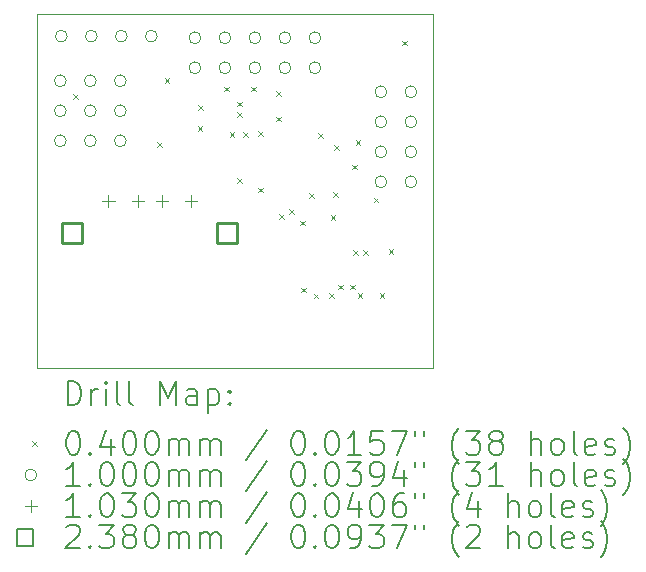
<source format=gbr>
%TF.GenerationSoftware,KiCad,Pcbnew,7.0.9*%
%TF.CreationDate,2024-02-15T19:09:10+01:00*%
%TF.ProjectId,USBussy_Current_Probe,55534275-7373-4795-9f43-757272656e74,1.0*%
%TF.SameCoordinates,Original*%
%TF.FileFunction,Drillmap*%
%TF.FilePolarity,Positive*%
%FSLAX45Y45*%
G04 Gerber Fmt 4.5, Leading zero omitted, Abs format (unit mm)*
G04 Created by KiCad (PCBNEW 7.0.9) date 2024-02-15 19:09:10*
%MOMM*%
%LPD*%
G01*
G04 APERTURE LIST*
%ADD10C,0.100000*%
%ADD11C,0.200000*%
%ADD12C,0.103000*%
%ADD13C,0.238000*%
G04 APERTURE END LIST*
D10*
X2908300Y-5803900D02*
X6261100Y-5803900D01*
X6261100Y-8801100D01*
X2908300Y-8801100D01*
X2908300Y-5803900D01*
D11*
D10*
X3210880Y-6484940D02*
X3250880Y-6524940D01*
X3250880Y-6484940D02*
X3210880Y-6524940D01*
X3922080Y-6891340D02*
X3962080Y-6931340D01*
X3962080Y-6891340D02*
X3922080Y-6931340D01*
X3985580Y-6347780D02*
X4025580Y-6387780D01*
X4025580Y-6347780D02*
X3985580Y-6387780D01*
X4264980Y-6754180D02*
X4304980Y-6794180D01*
X4304980Y-6754180D02*
X4264980Y-6794180D01*
X4270060Y-6581460D02*
X4310060Y-6621460D01*
X4310060Y-6581460D02*
X4270060Y-6621460D01*
X4488500Y-6421440D02*
X4528500Y-6461440D01*
X4528500Y-6421440D02*
X4488500Y-6461440D01*
X4536760Y-6804980D02*
X4576760Y-6844980D01*
X4576760Y-6804980D02*
X4536760Y-6844980D01*
X4602800Y-6634800D02*
X4642800Y-6674800D01*
X4642800Y-6634800D02*
X4602800Y-6674800D01*
X4602800Y-7198680D02*
X4642800Y-7238680D01*
X4642800Y-7198680D02*
X4602800Y-7238680D01*
X4602822Y-6548586D02*
X4642822Y-6588586D01*
X4642822Y-6548586D02*
X4602822Y-6588586D01*
X4650565Y-6804776D02*
X4690565Y-6844776D01*
X4690565Y-6804776D02*
X4650565Y-6844776D01*
X4717100Y-6421440D02*
X4757100Y-6461440D01*
X4757100Y-6421440D02*
X4717100Y-6461440D01*
X4775520Y-6799900D02*
X4815520Y-6839900D01*
X4815520Y-6799900D02*
X4775520Y-6839900D01*
X4778372Y-7277732D02*
X4818372Y-7317732D01*
X4818372Y-7277732D02*
X4778372Y-7317732D01*
X4927920Y-6675440D02*
X4967920Y-6715440D01*
X4967920Y-6675440D02*
X4927920Y-6715440D01*
X4933000Y-6462080D02*
X4973000Y-6502080D01*
X4973000Y-6462080D02*
X4933000Y-6502080D01*
X4958400Y-7503480D02*
X4998400Y-7543480D01*
X4998400Y-7503480D02*
X4958400Y-7543480D01*
X5043265Y-7460090D02*
X5083265Y-7500090D01*
X5083265Y-7460090D02*
X5043265Y-7500090D01*
X5133660Y-7556820D02*
X5173660Y-7596820D01*
X5173660Y-7556820D02*
X5133660Y-7596820D01*
X5141280Y-8123240D02*
X5181280Y-8163240D01*
X5181280Y-8123240D02*
X5141280Y-8163240D01*
X5209860Y-7325680D02*
X5249860Y-7365680D01*
X5249860Y-7325680D02*
X5209860Y-7365680D01*
X5247960Y-8174040D02*
X5287960Y-8214040D01*
X5287960Y-8174040D02*
X5247960Y-8214040D01*
X5288600Y-6812600D02*
X5328600Y-6852600D01*
X5328600Y-6812600D02*
X5288600Y-6852600D01*
X5377500Y-8171500D02*
X5417500Y-8211500D01*
X5417500Y-8171500D02*
X5377500Y-8211500D01*
X5392740Y-7508560D02*
X5432740Y-7548560D01*
X5432740Y-7508560D02*
X5392740Y-7548560D01*
X5411684Y-7317337D02*
X5451684Y-7357337D01*
X5451684Y-7317337D02*
X5411684Y-7357337D01*
X5418805Y-6916938D02*
X5458805Y-6956938D01*
X5458805Y-6916938D02*
X5418805Y-6956938D01*
X5454340Y-8097833D02*
X5494340Y-8137833D01*
X5494340Y-8097833D02*
X5454340Y-8137833D01*
X5554660Y-8097833D02*
X5594660Y-8137833D01*
X5594660Y-8097833D02*
X5554660Y-8137833D01*
X5575620Y-7081840D02*
X5615620Y-7121840D01*
X5615620Y-7081840D02*
X5575620Y-7121840D01*
X5579650Y-7803200D02*
X5619650Y-7843200D01*
X5619650Y-7803200D02*
X5579650Y-7843200D01*
X5603560Y-6876100D02*
X5643560Y-6916100D01*
X5643560Y-6876100D02*
X5603560Y-6916100D01*
X5621149Y-8172461D02*
X5661149Y-8212461D01*
X5661149Y-8172461D02*
X5621149Y-8212461D01*
X5669600Y-7803200D02*
X5709600Y-7843200D01*
X5709600Y-7803200D02*
X5669600Y-7843200D01*
X5755960Y-7361240D02*
X5795960Y-7401240D01*
X5795960Y-7361240D02*
X5755960Y-7401240D01*
X5806760Y-8168960D02*
X5846760Y-8208960D01*
X5846760Y-8168960D02*
X5806760Y-8208960D01*
X5882960Y-7798120D02*
X5922960Y-7838120D01*
X5922960Y-7798120D02*
X5882960Y-7838120D01*
X5999800Y-6032820D02*
X6039800Y-6072820D01*
X6039800Y-6032820D02*
X5999800Y-6072820D01*
X3153130Y-6372570D02*
G75*
G03*
X3153130Y-6372570I-50000J0D01*
G01*
X3153130Y-6626570D02*
G75*
G03*
X3153130Y-6626570I-50000J0D01*
G01*
X3153130Y-6880570D02*
G75*
G03*
X3153130Y-6880570I-50000J0D01*
G01*
X3161500Y-5994400D02*
G75*
G03*
X3161500Y-5994400I-50000J0D01*
G01*
X3407130Y-6372570D02*
G75*
G03*
X3407130Y-6372570I-50000J0D01*
G01*
X3407130Y-6626570D02*
G75*
G03*
X3407130Y-6626570I-50000J0D01*
G01*
X3407130Y-6880570D02*
G75*
G03*
X3407130Y-6880570I-50000J0D01*
G01*
X3415500Y-5994400D02*
G75*
G03*
X3415500Y-5994400I-50000J0D01*
G01*
X3661130Y-6372570D02*
G75*
G03*
X3661130Y-6372570I-50000J0D01*
G01*
X3661130Y-6626570D02*
G75*
G03*
X3661130Y-6626570I-50000J0D01*
G01*
X3661130Y-6880570D02*
G75*
G03*
X3661130Y-6880570I-50000J0D01*
G01*
X3669500Y-5994400D02*
G75*
G03*
X3669500Y-5994400I-50000J0D01*
G01*
X3923500Y-5994400D02*
G75*
G03*
X3923500Y-5994400I-50000J0D01*
G01*
X4292300Y-6007600D02*
G75*
G03*
X4292300Y-6007600I-50000J0D01*
G01*
X4292300Y-6261600D02*
G75*
G03*
X4292300Y-6261600I-50000J0D01*
G01*
X4546300Y-6007600D02*
G75*
G03*
X4546300Y-6007600I-50000J0D01*
G01*
X4546300Y-6261600D02*
G75*
G03*
X4546300Y-6261600I-50000J0D01*
G01*
X4800300Y-6007600D02*
G75*
G03*
X4800300Y-6007600I-50000J0D01*
G01*
X4800300Y-6261600D02*
G75*
G03*
X4800300Y-6261600I-50000J0D01*
G01*
X5054300Y-6007600D02*
G75*
G03*
X5054300Y-6007600I-50000J0D01*
G01*
X5054300Y-6261600D02*
G75*
G03*
X5054300Y-6261600I-50000J0D01*
G01*
X5308300Y-6007600D02*
G75*
G03*
X5308300Y-6007600I-50000J0D01*
G01*
X5308300Y-6261600D02*
G75*
G03*
X5308300Y-6261600I-50000J0D01*
G01*
X5866600Y-6465300D02*
G75*
G03*
X5866600Y-6465300I-50000J0D01*
G01*
X5866600Y-6719300D02*
G75*
G03*
X5866600Y-6719300I-50000J0D01*
G01*
X5866600Y-6973300D02*
G75*
G03*
X5866600Y-6973300I-50000J0D01*
G01*
X5866600Y-7227300D02*
G75*
G03*
X5866600Y-7227300I-50000J0D01*
G01*
X6120600Y-6465300D02*
G75*
G03*
X6120600Y-6465300I-50000J0D01*
G01*
X6120600Y-6719300D02*
G75*
G03*
X6120600Y-6719300I-50000J0D01*
G01*
X6120600Y-6973300D02*
G75*
G03*
X6120600Y-6973300I-50000J0D01*
G01*
X6120600Y-7227300D02*
G75*
G03*
X6120600Y-7227300I-50000J0D01*
G01*
D12*
X3510800Y-7337300D02*
X3510800Y-7440300D01*
X3459300Y-7388800D02*
X3562300Y-7388800D01*
X3760800Y-7337300D02*
X3760800Y-7440300D01*
X3709300Y-7388800D02*
X3812300Y-7388800D01*
X3960800Y-7337300D02*
X3960800Y-7440300D01*
X3909300Y-7388800D02*
X4012300Y-7388800D01*
X4210800Y-7337300D02*
X4210800Y-7440300D01*
X4159300Y-7388800D02*
X4262300Y-7388800D01*
D13*
X3287946Y-7743946D02*
X3287946Y-7575653D01*
X3119653Y-7575653D01*
X3119653Y-7743946D01*
X3287946Y-7743946D01*
X4601947Y-7743946D02*
X4601947Y-7575653D01*
X4433654Y-7575653D01*
X4433654Y-7743946D01*
X4601947Y-7743946D01*
D11*
X3164077Y-9117584D02*
X3164077Y-8917584D01*
X3164077Y-8917584D02*
X3211696Y-8917584D01*
X3211696Y-8917584D02*
X3240267Y-8927108D01*
X3240267Y-8927108D02*
X3259315Y-8946155D01*
X3259315Y-8946155D02*
X3268839Y-8965203D01*
X3268839Y-8965203D02*
X3278362Y-9003298D01*
X3278362Y-9003298D02*
X3278362Y-9031870D01*
X3278362Y-9031870D02*
X3268839Y-9069965D01*
X3268839Y-9069965D02*
X3259315Y-9089012D01*
X3259315Y-9089012D02*
X3240267Y-9108060D01*
X3240267Y-9108060D02*
X3211696Y-9117584D01*
X3211696Y-9117584D02*
X3164077Y-9117584D01*
X3364077Y-9117584D02*
X3364077Y-8984250D01*
X3364077Y-9022346D02*
X3373601Y-9003298D01*
X3373601Y-9003298D02*
X3383124Y-8993774D01*
X3383124Y-8993774D02*
X3402172Y-8984250D01*
X3402172Y-8984250D02*
X3421220Y-8984250D01*
X3487886Y-9117584D02*
X3487886Y-8984250D01*
X3487886Y-8917584D02*
X3478362Y-8927108D01*
X3478362Y-8927108D02*
X3487886Y-8936631D01*
X3487886Y-8936631D02*
X3497410Y-8927108D01*
X3497410Y-8927108D02*
X3487886Y-8917584D01*
X3487886Y-8917584D02*
X3487886Y-8936631D01*
X3611696Y-9117584D02*
X3592648Y-9108060D01*
X3592648Y-9108060D02*
X3583124Y-9089012D01*
X3583124Y-9089012D02*
X3583124Y-8917584D01*
X3716458Y-9117584D02*
X3697410Y-9108060D01*
X3697410Y-9108060D02*
X3687886Y-9089012D01*
X3687886Y-9089012D02*
X3687886Y-8917584D01*
X3945029Y-9117584D02*
X3945029Y-8917584D01*
X3945029Y-8917584D02*
X4011696Y-9060441D01*
X4011696Y-9060441D02*
X4078362Y-8917584D01*
X4078362Y-8917584D02*
X4078362Y-9117584D01*
X4259315Y-9117584D02*
X4259315Y-9012822D01*
X4259315Y-9012822D02*
X4249791Y-8993774D01*
X4249791Y-8993774D02*
X4230744Y-8984250D01*
X4230744Y-8984250D02*
X4192648Y-8984250D01*
X4192648Y-8984250D02*
X4173601Y-8993774D01*
X4259315Y-9108060D02*
X4240267Y-9117584D01*
X4240267Y-9117584D02*
X4192648Y-9117584D01*
X4192648Y-9117584D02*
X4173601Y-9108060D01*
X4173601Y-9108060D02*
X4164077Y-9089012D01*
X4164077Y-9089012D02*
X4164077Y-9069965D01*
X4164077Y-9069965D02*
X4173601Y-9050917D01*
X4173601Y-9050917D02*
X4192648Y-9041393D01*
X4192648Y-9041393D02*
X4240267Y-9041393D01*
X4240267Y-9041393D02*
X4259315Y-9031870D01*
X4354553Y-8984250D02*
X4354553Y-9184250D01*
X4354553Y-8993774D02*
X4373601Y-8984250D01*
X4373601Y-8984250D02*
X4411696Y-8984250D01*
X4411696Y-8984250D02*
X4430744Y-8993774D01*
X4430744Y-8993774D02*
X4440267Y-9003298D01*
X4440267Y-9003298D02*
X4449791Y-9022346D01*
X4449791Y-9022346D02*
X4449791Y-9079489D01*
X4449791Y-9079489D02*
X4440267Y-9098536D01*
X4440267Y-9098536D02*
X4430744Y-9108060D01*
X4430744Y-9108060D02*
X4411696Y-9117584D01*
X4411696Y-9117584D02*
X4373601Y-9117584D01*
X4373601Y-9117584D02*
X4354553Y-9108060D01*
X4535505Y-9098536D02*
X4545029Y-9108060D01*
X4545029Y-9108060D02*
X4535505Y-9117584D01*
X4535505Y-9117584D02*
X4525982Y-9108060D01*
X4525982Y-9108060D02*
X4535505Y-9098536D01*
X4535505Y-9098536D02*
X4535505Y-9117584D01*
X4535505Y-8993774D02*
X4545029Y-9003298D01*
X4545029Y-9003298D02*
X4535505Y-9012822D01*
X4535505Y-9012822D02*
X4525982Y-9003298D01*
X4525982Y-9003298D02*
X4535505Y-8993774D01*
X4535505Y-8993774D02*
X4535505Y-9012822D01*
D10*
X2863300Y-9426100D02*
X2903300Y-9466100D01*
X2903300Y-9426100D02*
X2863300Y-9466100D01*
D11*
X3202172Y-9337584D02*
X3221220Y-9337584D01*
X3221220Y-9337584D02*
X3240267Y-9347108D01*
X3240267Y-9347108D02*
X3249791Y-9356631D01*
X3249791Y-9356631D02*
X3259315Y-9375679D01*
X3259315Y-9375679D02*
X3268839Y-9413774D01*
X3268839Y-9413774D02*
X3268839Y-9461393D01*
X3268839Y-9461393D02*
X3259315Y-9499489D01*
X3259315Y-9499489D02*
X3249791Y-9518536D01*
X3249791Y-9518536D02*
X3240267Y-9528060D01*
X3240267Y-9528060D02*
X3221220Y-9537584D01*
X3221220Y-9537584D02*
X3202172Y-9537584D01*
X3202172Y-9537584D02*
X3183124Y-9528060D01*
X3183124Y-9528060D02*
X3173601Y-9518536D01*
X3173601Y-9518536D02*
X3164077Y-9499489D01*
X3164077Y-9499489D02*
X3154553Y-9461393D01*
X3154553Y-9461393D02*
X3154553Y-9413774D01*
X3154553Y-9413774D02*
X3164077Y-9375679D01*
X3164077Y-9375679D02*
X3173601Y-9356631D01*
X3173601Y-9356631D02*
X3183124Y-9347108D01*
X3183124Y-9347108D02*
X3202172Y-9337584D01*
X3354553Y-9518536D02*
X3364077Y-9528060D01*
X3364077Y-9528060D02*
X3354553Y-9537584D01*
X3354553Y-9537584D02*
X3345029Y-9528060D01*
X3345029Y-9528060D02*
X3354553Y-9518536D01*
X3354553Y-9518536D02*
X3354553Y-9537584D01*
X3535505Y-9404250D02*
X3535505Y-9537584D01*
X3487886Y-9328060D02*
X3440267Y-9470917D01*
X3440267Y-9470917D02*
X3564077Y-9470917D01*
X3678362Y-9337584D02*
X3697410Y-9337584D01*
X3697410Y-9337584D02*
X3716458Y-9347108D01*
X3716458Y-9347108D02*
X3725982Y-9356631D01*
X3725982Y-9356631D02*
X3735505Y-9375679D01*
X3735505Y-9375679D02*
X3745029Y-9413774D01*
X3745029Y-9413774D02*
X3745029Y-9461393D01*
X3745029Y-9461393D02*
X3735505Y-9499489D01*
X3735505Y-9499489D02*
X3725982Y-9518536D01*
X3725982Y-9518536D02*
X3716458Y-9528060D01*
X3716458Y-9528060D02*
X3697410Y-9537584D01*
X3697410Y-9537584D02*
X3678362Y-9537584D01*
X3678362Y-9537584D02*
X3659315Y-9528060D01*
X3659315Y-9528060D02*
X3649791Y-9518536D01*
X3649791Y-9518536D02*
X3640267Y-9499489D01*
X3640267Y-9499489D02*
X3630743Y-9461393D01*
X3630743Y-9461393D02*
X3630743Y-9413774D01*
X3630743Y-9413774D02*
X3640267Y-9375679D01*
X3640267Y-9375679D02*
X3649791Y-9356631D01*
X3649791Y-9356631D02*
X3659315Y-9347108D01*
X3659315Y-9347108D02*
X3678362Y-9337584D01*
X3868839Y-9337584D02*
X3887886Y-9337584D01*
X3887886Y-9337584D02*
X3906934Y-9347108D01*
X3906934Y-9347108D02*
X3916458Y-9356631D01*
X3916458Y-9356631D02*
X3925982Y-9375679D01*
X3925982Y-9375679D02*
X3935505Y-9413774D01*
X3935505Y-9413774D02*
X3935505Y-9461393D01*
X3935505Y-9461393D02*
X3925982Y-9499489D01*
X3925982Y-9499489D02*
X3916458Y-9518536D01*
X3916458Y-9518536D02*
X3906934Y-9528060D01*
X3906934Y-9528060D02*
X3887886Y-9537584D01*
X3887886Y-9537584D02*
X3868839Y-9537584D01*
X3868839Y-9537584D02*
X3849791Y-9528060D01*
X3849791Y-9528060D02*
X3840267Y-9518536D01*
X3840267Y-9518536D02*
X3830743Y-9499489D01*
X3830743Y-9499489D02*
X3821220Y-9461393D01*
X3821220Y-9461393D02*
X3821220Y-9413774D01*
X3821220Y-9413774D02*
X3830743Y-9375679D01*
X3830743Y-9375679D02*
X3840267Y-9356631D01*
X3840267Y-9356631D02*
X3849791Y-9347108D01*
X3849791Y-9347108D02*
X3868839Y-9337584D01*
X4021220Y-9537584D02*
X4021220Y-9404250D01*
X4021220Y-9423298D02*
X4030743Y-9413774D01*
X4030743Y-9413774D02*
X4049791Y-9404250D01*
X4049791Y-9404250D02*
X4078363Y-9404250D01*
X4078363Y-9404250D02*
X4097410Y-9413774D01*
X4097410Y-9413774D02*
X4106934Y-9432822D01*
X4106934Y-9432822D02*
X4106934Y-9537584D01*
X4106934Y-9432822D02*
X4116458Y-9413774D01*
X4116458Y-9413774D02*
X4135505Y-9404250D01*
X4135505Y-9404250D02*
X4164077Y-9404250D01*
X4164077Y-9404250D02*
X4183124Y-9413774D01*
X4183124Y-9413774D02*
X4192648Y-9432822D01*
X4192648Y-9432822D02*
X4192648Y-9537584D01*
X4287886Y-9537584D02*
X4287886Y-9404250D01*
X4287886Y-9423298D02*
X4297410Y-9413774D01*
X4297410Y-9413774D02*
X4316458Y-9404250D01*
X4316458Y-9404250D02*
X4345029Y-9404250D01*
X4345029Y-9404250D02*
X4364077Y-9413774D01*
X4364077Y-9413774D02*
X4373601Y-9432822D01*
X4373601Y-9432822D02*
X4373601Y-9537584D01*
X4373601Y-9432822D02*
X4383125Y-9413774D01*
X4383125Y-9413774D02*
X4402172Y-9404250D01*
X4402172Y-9404250D02*
X4430744Y-9404250D01*
X4430744Y-9404250D02*
X4449791Y-9413774D01*
X4449791Y-9413774D02*
X4459315Y-9432822D01*
X4459315Y-9432822D02*
X4459315Y-9537584D01*
X4849791Y-9328060D02*
X4678363Y-9585203D01*
X5106934Y-9337584D02*
X5125982Y-9337584D01*
X5125982Y-9337584D02*
X5145029Y-9347108D01*
X5145029Y-9347108D02*
X5154553Y-9356631D01*
X5154553Y-9356631D02*
X5164077Y-9375679D01*
X5164077Y-9375679D02*
X5173601Y-9413774D01*
X5173601Y-9413774D02*
X5173601Y-9461393D01*
X5173601Y-9461393D02*
X5164077Y-9499489D01*
X5164077Y-9499489D02*
X5154553Y-9518536D01*
X5154553Y-9518536D02*
X5145029Y-9528060D01*
X5145029Y-9528060D02*
X5125982Y-9537584D01*
X5125982Y-9537584D02*
X5106934Y-9537584D01*
X5106934Y-9537584D02*
X5087887Y-9528060D01*
X5087887Y-9528060D02*
X5078363Y-9518536D01*
X5078363Y-9518536D02*
X5068839Y-9499489D01*
X5068839Y-9499489D02*
X5059315Y-9461393D01*
X5059315Y-9461393D02*
X5059315Y-9413774D01*
X5059315Y-9413774D02*
X5068839Y-9375679D01*
X5068839Y-9375679D02*
X5078363Y-9356631D01*
X5078363Y-9356631D02*
X5087887Y-9347108D01*
X5087887Y-9347108D02*
X5106934Y-9337584D01*
X5259315Y-9518536D02*
X5268839Y-9528060D01*
X5268839Y-9528060D02*
X5259315Y-9537584D01*
X5259315Y-9537584D02*
X5249791Y-9528060D01*
X5249791Y-9528060D02*
X5259315Y-9518536D01*
X5259315Y-9518536D02*
X5259315Y-9537584D01*
X5392648Y-9337584D02*
X5411696Y-9337584D01*
X5411696Y-9337584D02*
X5430744Y-9347108D01*
X5430744Y-9347108D02*
X5440268Y-9356631D01*
X5440268Y-9356631D02*
X5449791Y-9375679D01*
X5449791Y-9375679D02*
X5459315Y-9413774D01*
X5459315Y-9413774D02*
X5459315Y-9461393D01*
X5459315Y-9461393D02*
X5449791Y-9499489D01*
X5449791Y-9499489D02*
X5440268Y-9518536D01*
X5440268Y-9518536D02*
X5430744Y-9528060D01*
X5430744Y-9528060D02*
X5411696Y-9537584D01*
X5411696Y-9537584D02*
X5392648Y-9537584D01*
X5392648Y-9537584D02*
X5373601Y-9528060D01*
X5373601Y-9528060D02*
X5364077Y-9518536D01*
X5364077Y-9518536D02*
X5354553Y-9499489D01*
X5354553Y-9499489D02*
X5345029Y-9461393D01*
X5345029Y-9461393D02*
X5345029Y-9413774D01*
X5345029Y-9413774D02*
X5354553Y-9375679D01*
X5354553Y-9375679D02*
X5364077Y-9356631D01*
X5364077Y-9356631D02*
X5373601Y-9347108D01*
X5373601Y-9347108D02*
X5392648Y-9337584D01*
X5649791Y-9537584D02*
X5535506Y-9537584D01*
X5592648Y-9537584D02*
X5592648Y-9337584D01*
X5592648Y-9337584D02*
X5573601Y-9366155D01*
X5573601Y-9366155D02*
X5554553Y-9385203D01*
X5554553Y-9385203D02*
X5535506Y-9394727D01*
X5830744Y-9337584D02*
X5735506Y-9337584D01*
X5735506Y-9337584D02*
X5725982Y-9432822D01*
X5725982Y-9432822D02*
X5735506Y-9423298D01*
X5735506Y-9423298D02*
X5754553Y-9413774D01*
X5754553Y-9413774D02*
X5802172Y-9413774D01*
X5802172Y-9413774D02*
X5821220Y-9423298D01*
X5821220Y-9423298D02*
X5830744Y-9432822D01*
X5830744Y-9432822D02*
X5840267Y-9451870D01*
X5840267Y-9451870D02*
X5840267Y-9499489D01*
X5840267Y-9499489D02*
X5830744Y-9518536D01*
X5830744Y-9518536D02*
X5821220Y-9528060D01*
X5821220Y-9528060D02*
X5802172Y-9537584D01*
X5802172Y-9537584D02*
X5754553Y-9537584D01*
X5754553Y-9537584D02*
X5735506Y-9528060D01*
X5735506Y-9528060D02*
X5725982Y-9518536D01*
X5906934Y-9337584D02*
X6040267Y-9337584D01*
X6040267Y-9337584D02*
X5954553Y-9537584D01*
X6106934Y-9337584D02*
X6106934Y-9375679D01*
X6183125Y-9337584D02*
X6183125Y-9375679D01*
X6478363Y-9613774D02*
X6468839Y-9604250D01*
X6468839Y-9604250D02*
X6449791Y-9575679D01*
X6449791Y-9575679D02*
X6440268Y-9556631D01*
X6440268Y-9556631D02*
X6430744Y-9528060D01*
X6430744Y-9528060D02*
X6421220Y-9480441D01*
X6421220Y-9480441D02*
X6421220Y-9442346D01*
X6421220Y-9442346D02*
X6430744Y-9394727D01*
X6430744Y-9394727D02*
X6440268Y-9366155D01*
X6440268Y-9366155D02*
X6449791Y-9347108D01*
X6449791Y-9347108D02*
X6468839Y-9318536D01*
X6468839Y-9318536D02*
X6478363Y-9309012D01*
X6535506Y-9337584D02*
X6659315Y-9337584D01*
X6659315Y-9337584D02*
X6592648Y-9413774D01*
X6592648Y-9413774D02*
X6621220Y-9413774D01*
X6621220Y-9413774D02*
X6640268Y-9423298D01*
X6640268Y-9423298D02*
X6649791Y-9432822D01*
X6649791Y-9432822D02*
X6659315Y-9451870D01*
X6659315Y-9451870D02*
X6659315Y-9499489D01*
X6659315Y-9499489D02*
X6649791Y-9518536D01*
X6649791Y-9518536D02*
X6640268Y-9528060D01*
X6640268Y-9528060D02*
X6621220Y-9537584D01*
X6621220Y-9537584D02*
X6564077Y-9537584D01*
X6564077Y-9537584D02*
X6545029Y-9528060D01*
X6545029Y-9528060D02*
X6535506Y-9518536D01*
X6773601Y-9423298D02*
X6754553Y-9413774D01*
X6754553Y-9413774D02*
X6745029Y-9404250D01*
X6745029Y-9404250D02*
X6735506Y-9385203D01*
X6735506Y-9385203D02*
X6735506Y-9375679D01*
X6735506Y-9375679D02*
X6745029Y-9356631D01*
X6745029Y-9356631D02*
X6754553Y-9347108D01*
X6754553Y-9347108D02*
X6773601Y-9337584D01*
X6773601Y-9337584D02*
X6811696Y-9337584D01*
X6811696Y-9337584D02*
X6830744Y-9347108D01*
X6830744Y-9347108D02*
X6840268Y-9356631D01*
X6840268Y-9356631D02*
X6849791Y-9375679D01*
X6849791Y-9375679D02*
X6849791Y-9385203D01*
X6849791Y-9385203D02*
X6840268Y-9404250D01*
X6840268Y-9404250D02*
X6830744Y-9413774D01*
X6830744Y-9413774D02*
X6811696Y-9423298D01*
X6811696Y-9423298D02*
X6773601Y-9423298D01*
X6773601Y-9423298D02*
X6754553Y-9432822D01*
X6754553Y-9432822D02*
X6745029Y-9442346D01*
X6745029Y-9442346D02*
X6735506Y-9461393D01*
X6735506Y-9461393D02*
X6735506Y-9499489D01*
X6735506Y-9499489D02*
X6745029Y-9518536D01*
X6745029Y-9518536D02*
X6754553Y-9528060D01*
X6754553Y-9528060D02*
X6773601Y-9537584D01*
X6773601Y-9537584D02*
X6811696Y-9537584D01*
X6811696Y-9537584D02*
X6830744Y-9528060D01*
X6830744Y-9528060D02*
X6840268Y-9518536D01*
X6840268Y-9518536D02*
X6849791Y-9499489D01*
X6849791Y-9499489D02*
X6849791Y-9461393D01*
X6849791Y-9461393D02*
X6840268Y-9442346D01*
X6840268Y-9442346D02*
X6830744Y-9432822D01*
X6830744Y-9432822D02*
X6811696Y-9423298D01*
X7087887Y-9537584D02*
X7087887Y-9337584D01*
X7173601Y-9537584D02*
X7173601Y-9432822D01*
X7173601Y-9432822D02*
X7164077Y-9413774D01*
X7164077Y-9413774D02*
X7145030Y-9404250D01*
X7145030Y-9404250D02*
X7116458Y-9404250D01*
X7116458Y-9404250D02*
X7097410Y-9413774D01*
X7097410Y-9413774D02*
X7087887Y-9423298D01*
X7297410Y-9537584D02*
X7278363Y-9528060D01*
X7278363Y-9528060D02*
X7268839Y-9518536D01*
X7268839Y-9518536D02*
X7259315Y-9499489D01*
X7259315Y-9499489D02*
X7259315Y-9442346D01*
X7259315Y-9442346D02*
X7268839Y-9423298D01*
X7268839Y-9423298D02*
X7278363Y-9413774D01*
X7278363Y-9413774D02*
X7297410Y-9404250D01*
X7297410Y-9404250D02*
X7325982Y-9404250D01*
X7325982Y-9404250D02*
X7345030Y-9413774D01*
X7345030Y-9413774D02*
X7354553Y-9423298D01*
X7354553Y-9423298D02*
X7364077Y-9442346D01*
X7364077Y-9442346D02*
X7364077Y-9499489D01*
X7364077Y-9499489D02*
X7354553Y-9518536D01*
X7354553Y-9518536D02*
X7345030Y-9528060D01*
X7345030Y-9528060D02*
X7325982Y-9537584D01*
X7325982Y-9537584D02*
X7297410Y-9537584D01*
X7478363Y-9537584D02*
X7459315Y-9528060D01*
X7459315Y-9528060D02*
X7449791Y-9509012D01*
X7449791Y-9509012D02*
X7449791Y-9337584D01*
X7630744Y-9528060D02*
X7611696Y-9537584D01*
X7611696Y-9537584D02*
X7573601Y-9537584D01*
X7573601Y-9537584D02*
X7554553Y-9528060D01*
X7554553Y-9528060D02*
X7545030Y-9509012D01*
X7545030Y-9509012D02*
X7545030Y-9432822D01*
X7545030Y-9432822D02*
X7554553Y-9413774D01*
X7554553Y-9413774D02*
X7573601Y-9404250D01*
X7573601Y-9404250D02*
X7611696Y-9404250D01*
X7611696Y-9404250D02*
X7630744Y-9413774D01*
X7630744Y-9413774D02*
X7640268Y-9432822D01*
X7640268Y-9432822D02*
X7640268Y-9451870D01*
X7640268Y-9451870D02*
X7545030Y-9470917D01*
X7716458Y-9528060D02*
X7735506Y-9537584D01*
X7735506Y-9537584D02*
X7773601Y-9537584D01*
X7773601Y-9537584D02*
X7792649Y-9528060D01*
X7792649Y-9528060D02*
X7802172Y-9509012D01*
X7802172Y-9509012D02*
X7802172Y-9499489D01*
X7802172Y-9499489D02*
X7792649Y-9480441D01*
X7792649Y-9480441D02*
X7773601Y-9470917D01*
X7773601Y-9470917D02*
X7745030Y-9470917D01*
X7745030Y-9470917D02*
X7725982Y-9461393D01*
X7725982Y-9461393D02*
X7716458Y-9442346D01*
X7716458Y-9442346D02*
X7716458Y-9432822D01*
X7716458Y-9432822D02*
X7725982Y-9413774D01*
X7725982Y-9413774D02*
X7745030Y-9404250D01*
X7745030Y-9404250D02*
X7773601Y-9404250D01*
X7773601Y-9404250D02*
X7792649Y-9413774D01*
X7868839Y-9613774D02*
X7878363Y-9604250D01*
X7878363Y-9604250D02*
X7897411Y-9575679D01*
X7897411Y-9575679D02*
X7906934Y-9556631D01*
X7906934Y-9556631D02*
X7916458Y-9528060D01*
X7916458Y-9528060D02*
X7925982Y-9480441D01*
X7925982Y-9480441D02*
X7925982Y-9442346D01*
X7925982Y-9442346D02*
X7916458Y-9394727D01*
X7916458Y-9394727D02*
X7906934Y-9366155D01*
X7906934Y-9366155D02*
X7897411Y-9347108D01*
X7897411Y-9347108D02*
X7878363Y-9318536D01*
X7878363Y-9318536D02*
X7868839Y-9309012D01*
D10*
X2903300Y-9710100D02*
G75*
G03*
X2903300Y-9710100I-50000J0D01*
G01*
D11*
X3268839Y-9801584D02*
X3154553Y-9801584D01*
X3211696Y-9801584D02*
X3211696Y-9601584D01*
X3211696Y-9601584D02*
X3192648Y-9630155D01*
X3192648Y-9630155D02*
X3173601Y-9649203D01*
X3173601Y-9649203D02*
X3154553Y-9658727D01*
X3354553Y-9782536D02*
X3364077Y-9792060D01*
X3364077Y-9792060D02*
X3354553Y-9801584D01*
X3354553Y-9801584D02*
X3345029Y-9792060D01*
X3345029Y-9792060D02*
X3354553Y-9782536D01*
X3354553Y-9782536D02*
X3354553Y-9801584D01*
X3487886Y-9601584D02*
X3506934Y-9601584D01*
X3506934Y-9601584D02*
X3525982Y-9611108D01*
X3525982Y-9611108D02*
X3535505Y-9620631D01*
X3535505Y-9620631D02*
X3545029Y-9639679D01*
X3545029Y-9639679D02*
X3554553Y-9677774D01*
X3554553Y-9677774D02*
X3554553Y-9725393D01*
X3554553Y-9725393D02*
X3545029Y-9763489D01*
X3545029Y-9763489D02*
X3535505Y-9782536D01*
X3535505Y-9782536D02*
X3525982Y-9792060D01*
X3525982Y-9792060D02*
X3506934Y-9801584D01*
X3506934Y-9801584D02*
X3487886Y-9801584D01*
X3487886Y-9801584D02*
X3468839Y-9792060D01*
X3468839Y-9792060D02*
X3459315Y-9782536D01*
X3459315Y-9782536D02*
X3449791Y-9763489D01*
X3449791Y-9763489D02*
X3440267Y-9725393D01*
X3440267Y-9725393D02*
X3440267Y-9677774D01*
X3440267Y-9677774D02*
X3449791Y-9639679D01*
X3449791Y-9639679D02*
X3459315Y-9620631D01*
X3459315Y-9620631D02*
X3468839Y-9611108D01*
X3468839Y-9611108D02*
X3487886Y-9601584D01*
X3678362Y-9601584D02*
X3697410Y-9601584D01*
X3697410Y-9601584D02*
X3716458Y-9611108D01*
X3716458Y-9611108D02*
X3725982Y-9620631D01*
X3725982Y-9620631D02*
X3735505Y-9639679D01*
X3735505Y-9639679D02*
X3745029Y-9677774D01*
X3745029Y-9677774D02*
X3745029Y-9725393D01*
X3745029Y-9725393D02*
X3735505Y-9763489D01*
X3735505Y-9763489D02*
X3725982Y-9782536D01*
X3725982Y-9782536D02*
X3716458Y-9792060D01*
X3716458Y-9792060D02*
X3697410Y-9801584D01*
X3697410Y-9801584D02*
X3678362Y-9801584D01*
X3678362Y-9801584D02*
X3659315Y-9792060D01*
X3659315Y-9792060D02*
X3649791Y-9782536D01*
X3649791Y-9782536D02*
X3640267Y-9763489D01*
X3640267Y-9763489D02*
X3630743Y-9725393D01*
X3630743Y-9725393D02*
X3630743Y-9677774D01*
X3630743Y-9677774D02*
X3640267Y-9639679D01*
X3640267Y-9639679D02*
X3649791Y-9620631D01*
X3649791Y-9620631D02*
X3659315Y-9611108D01*
X3659315Y-9611108D02*
X3678362Y-9601584D01*
X3868839Y-9601584D02*
X3887886Y-9601584D01*
X3887886Y-9601584D02*
X3906934Y-9611108D01*
X3906934Y-9611108D02*
X3916458Y-9620631D01*
X3916458Y-9620631D02*
X3925982Y-9639679D01*
X3925982Y-9639679D02*
X3935505Y-9677774D01*
X3935505Y-9677774D02*
X3935505Y-9725393D01*
X3935505Y-9725393D02*
X3925982Y-9763489D01*
X3925982Y-9763489D02*
X3916458Y-9782536D01*
X3916458Y-9782536D02*
X3906934Y-9792060D01*
X3906934Y-9792060D02*
X3887886Y-9801584D01*
X3887886Y-9801584D02*
X3868839Y-9801584D01*
X3868839Y-9801584D02*
X3849791Y-9792060D01*
X3849791Y-9792060D02*
X3840267Y-9782536D01*
X3840267Y-9782536D02*
X3830743Y-9763489D01*
X3830743Y-9763489D02*
X3821220Y-9725393D01*
X3821220Y-9725393D02*
X3821220Y-9677774D01*
X3821220Y-9677774D02*
X3830743Y-9639679D01*
X3830743Y-9639679D02*
X3840267Y-9620631D01*
X3840267Y-9620631D02*
X3849791Y-9611108D01*
X3849791Y-9611108D02*
X3868839Y-9601584D01*
X4021220Y-9801584D02*
X4021220Y-9668250D01*
X4021220Y-9687298D02*
X4030743Y-9677774D01*
X4030743Y-9677774D02*
X4049791Y-9668250D01*
X4049791Y-9668250D02*
X4078363Y-9668250D01*
X4078363Y-9668250D02*
X4097410Y-9677774D01*
X4097410Y-9677774D02*
X4106934Y-9696822D01*
X4106934Y-9696822D02*
X4106934Y-9801584D01*
X4106934Y-9696822D02*
X4116458Y-9677774D01*
X4116458Y-9677774D02*
X4135505Y-9668250D01*
X4135505Y-9668250D02*
X4164077Y-9668250D01*
X4164077Y-9668250D02*
X4183124Y-9677774D01*
X4183124Y-9677774D02*
X4192648Y-9696822D01*
X4192648Y-9696822D02*
X4192648Y-9801584D01*
X4287886Y-9801584D02*
X4287886Y-9668250D01*
X4287886Y-9687298D02*
X4297410Y-9677774D01*
X4297410Y-9677774D02*
X4316458Y-9668250D01*
X4316458Y-9668250D02*
X4345029Y-9668250D01*
X4345029Y-9668250D02*
X4364077Y-9677774D01*
X4364077Y-9677774D02*
X4373601Y-9696822D01*
X4373601Y-9696822D02*
X4373601Y-9801584D01*
X4373601Y-9696822D02*
X4383125Y-9677774D01*
X4383125Y-9677774D02*
X4402172Y-9668250D01*
X4402172Y-9668250D02*
X4430744Y-9668250D01*
X4430744Y-9668250D02*
X4449791Y-9677774D01*
X4449791Y-9677774D02*
X4459315Y-9696822D01*
X4459315Y-9696822D02*
X4459315Y-9801584D01*
X4849791Y-9592060D02*
X4678363Y-9849203D01*
X5106934Y-9601584D02*
X5125982Y-9601584D01*
X5125982Y-9601584D02*
X5145029Y-9611108D01*
X5145029Y-9611108D02*
X5154553Y-9620631D01*
X5154553Y-9620631D02*
X5164077Y-9639679D01*
X5164077Y-9639679D02*
X5173601Y-9677774D01*
X5173601Y-9677774D02*
X5173601Y-9725393D01*
X5173601Y-9725393D02*
X5164077Y-9763489D01*
X5164077Y-9763489D02*
X5154553Y-9782536D01*
X5154553Y-9782536D02*
X5145029Y-9792060D01*
X5145029Y-9792060D02*
X5125982Y-9801584D01*
X5125982Y-9801584D02*
X5106934Y-9801584D01*
X5106934Y-9801584D02*
X5087887Y-9792060D01*
X5087887Y-9792060D02*
X5078363Y-9782536D01*
X5078363Y-9782536D02*
X5068839Y-9763489D01*
X5068839Y-9763489D02*
X5059315Y-9725393D01*
X5059315Y-9725393D02*
X5059315Y-9677774D01*
X5059315Y-9677774D02*
X5068839Y-9639679D01*
X5068839Y-9639679D02*
X5078363Y-9620631D01*
X5078363Y-9620631D02*
X5087887Y-9611108D01*
X5087887Y-9611108D02*
X5106934Y-9601584D01*
X5259315Y-9782536D02*
X5268839Y-9792060D01*
X5268839Y-9792060D02*
X5259315Y-9801584D01*
X5259315Y-9801584D02*
X5249791Y-9792060D01*
X5249791Y-9792060D02*
X5259315Y-9782536D01*
X5259315Y-9782536D02*
X5259315Y-9801584D01*
X5392648Y-9601584D02*
X5411696Y-9601584D01*
X5411696Y-9601584D02*
X5430744Y-9611108D01*
X5430744Y-9611108D02*
X5440268Y-9620631D01*
X5440268Y-9620631D02*
X5449791Y-9639679D01*
X5449791Y-9639679D02*
X5459315Y-9677774D01*
X5459315Y-9677774D02*
X5459315Y-9725393D01*
X5459315Y-9725393D02*
X5449791Y-9763489D01*
X5449791Y-9763489D02*
X5440268Y-9782536D01*
X5440268Y-9782536D02*
X5430744Y-9792060D01*
X5430744Y-9792060D02*
X5411696Y-9801584D01*
X5411696Y-9801584D02*
X5392648Y-9801584D01*
X5392648Y-9801584D02*
X5373601Y-9792060D01*
X5373601Y-9792060D02*
X5364077Y-9782536D01*
X5364077Y-9782536D02*
X5354553Y-9763489D01*
X5354553Y-9763489D02*
X5345029Y-9725393D01*
X5345029Y-9725393D02*
X5345029Y-9677774D01*
X5345029Y-9677774D02*
X5354553Y-9639679D01*
X5354553Y-9639679D02*
X5364077Y-9620631D01*
X5364077Y-9620631D02*
X5373601Y-9611108D01*
X5373601Y-9611108D02*
X5392648Y-9601584D01*
X5525982Y-9601584D02*
X5649791Y-9601584D01*
X5649791Y-9601584D02*
X5583125Y-9677774D01*
X5583125Y-9677774D02*
X5611696Y-9677774D01*
X5611696Y-9677774D02*
X5630744Y-9687298D01*
X5630744Y-9687298D02*
X5640267Y-9696822D01*
X5640267Y-9696822D02*
X5649791Y-9715870D01*
X5649791Y-9715870D02*
X5649791Y-9763489D01*
X5649791Y-9763489D02*
X5640267Y-9782536D01*
X5640267Y-9782536D02*
X5630744Y-9792060D01*
X5630744Y-9792060D02*
X5611696Y-9801584D01*
X5611696Y-9801584D02*
X5554553Y-9801584D01*
X5554553Y-9801584D02*
X5535506Y-9792060D01*
X5535506Y-9792060D02*
X5525982Y-9782536D01*
X5745029Y-9801584D02*
X5783125Y-9801584D01*
X5783125Y-9801584D02*
X5802172Y-9792060D01*
X5802172Y-9792060D02*
X5811696Y-9782536D01*
X5811696Y-9782536D02*
X5830744Y-9753965D01*
X5830744Y-9753965D02*
X5840267Y-9715870D01*
X5840267Y-9715870D02*
X5840267Y-9639679D01*
X5840267Y-9639679D02*
X5830744Y-9620631D01*
X5830744Y-9620631D02*
X5821220Y-9611108D01*
X5821220Y-9611108D02*
X5802172Y-9601584D01*
X5802172Y-9601584D02*
X5764077Y-9601584D01*
X5764077Y-9601584D02*
X5745029Y-9611108D01*
X5745029Y-9611108D02*
X5735506Y-9620631D01*
X5735506Y-9620631D02*
X5725982Y-9639679D01*
X5725982Y-9639679D02*
X5725982Y-9687298D01*
X5725982Y-9687298D02*
X5735506Y-9706346D01*
X5735506Y-9706346D02*
X5745029Y-9715870D01*
X5745029Y-9715870D02*
X5764077Y-9725393D01*
X5764077Y-9725393D02*
X5802172Y-9725393D01*
X5802172Y-9725393D02*
X5821220Y-9715870D01*
X5821220Y-9715870D02*
X5830744Y-9706346D01*
X5830744Y-9706346D02*
X5840267Y-9687298D01*
X6011696Y-9668250D02*
X6011696Y-9801584D01*
X5964077Y-9592060D02*
X5916458Y-9734917D01*
X5916458Y-9734917D02*
X6040267Y-9734917D01*
X6106934Y-9601584D02*
X6106934Y-9639679D01*
X6183125Y-9601584D02*
X6183125Y-9639679D01*
X6478363Y-9877774D02*
X6468839Y-9868250D01*
X6468839Y-9868250D02*
X6449791Y-9839679D01*
X6449791Y-9839679D02*
X6440268Y-9820631D01*
X6440268Y-9820631D02*
X6430744Y-9792060D01*
X6430744Y-9792060D02*
X6421220Y-9744441D01*
X6421220Y-9744441D02*
X6421220Y-9706346D01*
X6421220Y-9706346D02*
X6430744Y-9658727D01*
X6430744Y-9658727D02*
X6440268Y-9630155D01*
X6440268Y-9630155D02*
X6449791Y-9611108D01*
X6449791Y-9611108D02*
X6468839Y-9582536D01*
X6468839Y-9582536D02*
X6478363Y-9573012D01*
X6535506Y-9601584D02*
X6659315Y-9601584D01*
X6659315Y-9601584D02*
X6592648Y-9677774D01*
X6592648Y-9677774D02*
X6621220Y-9677774D01*
X6621220Y-9677774D02*
X6640268Y-9687298D01*
X6640268Y-9687298D02*
X6649791Y-9696822D01*
X6649791Y-9696822D02*
X6659315Y-9715870D01*
X6659315Y-9715870D02*
X6659315Y-9763489D01*
X6659315Y-9763489D02*
X6649791Y-9782536D01*
X6649791Y-9782536D02*
X6640268Y-9792060D01*
X6640268Y-9792060D02*
X6621220Y-9801584D01*
X6621220Y-9801584D02*
X6564077Y-9801584D01*
X6564077Y-9801584D02*
X6545029Y-9792060D01*
X6545029Y-9792060D02*
X6535506Y-9782536D01*
X6849791Y-9801584D02*
X6735506Y-9801584D01*
X6792648Y-9801584D02*
X6792648Y-9601584D01*
X6792648Y-9601584D02*
X6773601Y-9630155D01*
X6773601Y-9630155D02*
X6754553Y-9649203D01*
X6754553Y-9649203D02*
X6735506Y-9658727D01*
X7087887Y-9801584D02*
X7087887Y-9601584D01*
X7173601Y-9801584D02*
X7173601Y-9696822D01*
X7173601Y-9696822D02*
X7164077Y-9677774D01*
X7164077Y-9677774D02*
X7145030Y-9668250D01*
X7145030Y-9668250D02*
X7116458Y-9668250D01*
X7116458Y-9668250D02*
X7097410Y-9677774D01*
X7097410Y-9677774D02*
X7087887Y-9687298D01*
X7297410Y-9801584D02*
X7278363Y-9792060D01*
X7278363Y-9792060D02*
X7268839Y-9782536D01*
X7268839Y-9782536D02*
X7259315Y-9763489D01*
X7259315Y-9763489D02*
X7259315Y-9706346D01*
X7259315Y-9706346D02*
X7268839Y-9687298D01*
X7268839Y-9687298D02*
X7278363Y-9677774D01*
X7278363Y-9677774D02*
X7297410Y-9668250D01*
X7297410Y-9668250D02*
X7325982Y-9668250D01*
X7325982Y-9668250D02*
X7345030Y-9677774D01*
X7345030Y-9677774D02*
X7354553Y-9687298D01*
X7354553Y-9687298D02*
X7364077Y-9706346D01*
X7364077Y-9706346D02*
X7364077Y-9763489D01*
X7364077Y-9763489D02*
X7354553Y-9782536D01*
X7354553Y-9782536D02*
X7345030Y-9792060D01*
X7345030Y-9792060D02*
X7325982Y-9801584D01*
X7325982Y-9801584D02*
X7297410Y-9801584D01*
X7478363Y-9801584D02*
X7459315Y-9792060D01*
X7459315Y-9792060D02*
X7449791Y-9773012D01*
X7449791Y-9773012D02*
X7449791Y-9601584D01*
X7630744Y-9792060D02*
X7611696Y-9801584D01*
X7611696Y-9801584D02*
X7573601Y-9801584D01*
X7573601Y-9801584D02*
X7554553Y-9792060D01*
X7554553Y-9792060D02*
X7545030Y-9773012D01*
X7545030Y-9773012D02*
X7545030Y-9696822D01*
X7545030Y-9696822D02*
X7554553Y-9677774D01*
X7554553Y-9677774D02*
X7573601Y-9668250D01*
X7573601Y-9668250D02*
X7611696Y-9668250D01*
X7611696Y-9668250D02*
X7630744Y-9677774D01*
X7630744Y-9677774D02*
X7640268Y-9696822D01*
X7640268Y-9696822D02*
X7640268Y-9715870D01*
X7640268Y-9715870D02*
X7545030Y-9734917D01*
X7716458Y-9792060D02*
X7735506Y-9801584D01*
X7735506Y-9801584D02*
X7773601Y-9801584D01*
X7773601Y-9801584D02*
X7792649Y-9792060D01*
X7792649Y-9792060D02*
X7802172Y-9773012D01*
X7802172Y-9773012D02*
X7802172Y-9763489D01*
X7802172Y-9763489D02*
X7792649Y-9744441D01*
X7792649Y-9744441D02*
X7773601Y-9734917D01*
X7773601Y-9734917D02*
X7745030Y-9734917D01*
X7745030Y-9734917D02*
X7725982Y-9725393D01*
X7725982Y-9725393D02*
X7716458Y-9706346D01*
X7716458Y-9706346D02*
X7716458Y-9696822D01*
X7716458Y-9696822D02*
X7725982Y-9677774D01*
X7725982Y-9677774D02*
X7745030Y-9668250D01*
X7745030Y-9668250D02*
X7773601Y-9668250D01*
X7773601Y-9668250D02*
X7792649Y-9677774D01*
X7868839Y-9877774D02*
X7878363Y-9868250D01*
X7878363Y-9868250D02*
X7897411Y-9839679D01*
X7897411Y-9839679D02*
X7906934Y-9820631D01*
X7906934Y-9820631D02*
X7916458Y-9792060D01*
X7916458Y-9792060D02*
X7925982Y-9744441D01*
X7925982Y-9744441D02*
X7925982Y-9706346D01*
X7925982Y-9706346D02*
X7916458Y-9658727D01*
X7916458Y-9658727D02*
X7906934Y-9630155D01*
X7906934Y-9630155D02*
X7897411Y-9611108D01*
X7897411Y-9611108D02*
X7878363Y-9582536D01*
X7878363Y-9582536D02*
X7868839Y-9573012D01*
D12*
X2851800Y-9922600D02*
X2851800Y-10025600D01*
X2800300Y-9974100D02*
X2903300Y-9974100D01*
D11*
X3268839Y-10065584D02*
X3154553Y-10065584D01*
X3211696Y-10065584D02*
X3211696Y-9865584D01*
X3211696Y-9865584D02*
X3192648Y-9894155D01*
X3192648Y-9894155D02*
X3173601Y-9913203D01*
X3173601Y-9913203D02*
X3154553Y-9922727D01*
X3354553Y-10046536D02*
X3364077Y-10056060D01*
X3364077Y-10056060D02*
X3354553Y-10065584D01*
X3354553Y-10065584D02*
X3345029Y-10056060D01*
X3345029Y-10056060D02*
X3354553Y-10046536D01*
X3354553Y-10046536D02*
X3354553Y-10065584D01*
X3487886Y-9865584D02*
X3506934Y-9865584D01*
X3506934Y-9865584D02*
X3525982Y-9875108D01*
X3525982Y-9875108D02*
X3535505Y-9884631D01*
X3535505Y-9884631D02*
X3545029Y-9903679D01*
X3545029Y-9903679D02*
X3554553Y-9941774D01*
X3554553Y-9941774D02*
X3554553Y-9989393D01*
X3554553Y-9989393D02*
X3545029Y-10027489D01*
X3545029Y-10027489D02*
X3535505Y-10046536D01*
X3535505Y-10046536D02*
X3525982Y-10056060D01*
X3525982Y-10056060D02*
X3506934Y-10065584D01*
X3506934Y-10065584D02*
X3487886Y-10065584D01*
X3487886Y-10065584D02*
X3468839Y-10056060D01*
X3468839Y-10056060D02*
X3459315Y-10046536D01*
X3459315Y-10046536D02*
X3449791Y-10027489D01*
X3449791Y-10027489D02*
X3440267Y-9989393D01*
X3440267Y-9989393D02*
X3440267Y-9941774D01*
X3440267Y-9941774D02*
X3449791Y-9903679D01*
X3449791Y-9903679D02*
X3459315Y-9884631D01*
X3459315Y-9884631D02*
X3468839Y-9875108D01*
X3468839Y-9875108D02*
X3487886Y-9865584D01*
X3621220Y-9865584D02*
X3745029Y-9865584D01*
X3745029Y-9865584D02*
X3678362Y-9941774D01*
X3678362Y-9941774D02*
X3706934Y-9941774D01*
X3706934Y-9941774D02*
X3725982Y-9951298D01*
X3725982Y-9951298D02*
X3735505Y-9960822D01*
X3735505Y-9960822D02*
X3745029Y-9979870D01*
X3745029Y-9979870D02*
X3745029Y-10027489D01*
X3745029Y-10027489D02*
X3735505Y-10046536D01*
X3735505Y-10046536D02*
X3725982Y-10056060D01*
X3725982Y-10056060D02*
X3706934Y-10065584D01*
X3706934Y-10065584D02*
X3649791Y-10065584D01*
X3649791Y-10065584D02*
X3630743Y-10056060D01*
X3630743Y-10056060D02*
X3621220Y-10046536D01*
X3868839Y-9865584D02*
X3887886Y-9865584D01*
X3887886Y-9865584D02*
X3906934Y-9875108D01*
X3906934Y-9875108D02*
X3916458Y-9884631D01*
X3916458Y-9884631D02*
X3925982Y-9903679D01*
X3925982Y-9903679D02*
X3935505Y-9941774D01*
X3935505Y-9941774D02*
X3935505Y-9989393D01*
X3935505Y-9989393D02*
X3925982Y-10027489D01*
X3925982Y-10027489D02*
X3916458Y-10046536D01*
X3916458Y-10046536D02*
X3906934Y-10056060D01*
X3906934Y-10056060D02*
X3887886Y-10065584D01*
X3887886Y-10065584D02*
X3868839Y-10065584D01*
X3868839Y-10065584D02*
X3849791Y-10056060D01*
X3849791Y-10056060D02*
X3840267Y-10046536D01*
X3840267Y-10046536D02*
X3830743Y-10027489D01*
X3830743Y-10027489D02*
X3821220Y-9989393D01*
X3821220Y-9989393D02*
X3821220Y-9941774D01*
X3821220Y-9941774D02*
X3830743Y-9903679D01*
X3830743Y-9903679D02*
X3840267Y-9884631D01*
X3840267Y-9884631D02*
X3849791Y-9875108D01*
X3849791Y-9875108D02*
X3868839Y-9865584D01*
X4021220Y-10065584D02*
X4021220Y-9932250D01*
X4021220Y-9951298D02*
X4030743Y-9941774D01*
X4030743Y-9941774D02*
X4049791Y-9932250D01*
X4049791Y-9932250D02*
X4078363Y-9932250D01*
X4078363Y-9932250D02*
X4097410Y-9941774D01*
X4097410Y-9941774D02*
X4106934Y-9960822D01*
X4106934Y-9960822D02*
X4106934Y-10065584D01*
X4106934Y-9960822D02*
X4116458Y-9941774D01*
X4116458Y-9941774D02*
X4135505Y-9932250D01*
X4135505Y-9932250D02*
X4164077Y-9932250D01*
X4164077Y-9932250D02*
X4183124Y-9941774D01*
X4183124Y-9941774D02*
X4192648Y-9960822D01*
X4192648Y-9960822D02*
X4192648Y-10065584D01*
X4287886Y-10065584D02*
X4287886Y-9932250D01*
X4287886Y-9951298D02*
X4297410Y-9941774D01*
X4297410Y-9941774D02*
X4316458Y-9932250D01*
X4316458Y-9932250D02*
X4345029Y-9932250D01*
X4345029Y-9932250D02*
X4364077Y-9941774D01*
X4364077Y-9941774D02*
X4373601Y-9960822D01*
X4373601Y-9960822D02*
X4373601Y-10065584D01*
X4373601Y-9960822D02*
X4383125Y-9941774D01*
X4383125Y-9941774D02*
X4402172Y-9932250D01*
X4402172Y-9932250D02*
X4430744Y-9932250D01*
X4430744Y-9932250D02*
X4449791Y-9941774D01*
X4449791Y-9941774D02*
X4459315Y-9960822D01*
X4459315Y-9960822D02*
X4459315Y-10065584D01*
X4849791Y-9856060D02*
X4678363Y-10113203D01*
X5106934Y-9865584D02*
X5125982Y-9865584D01*
X5125982Y-9865584D02*
X5145029Y-9875108D01*
X5145029Y-9875108D02*
X5154553Y-9884631D01*
X5154553Y-9884631D02*
X5164077Y-9903679D01*
X5164077Y-9903679D02*
X5173601Y-9941774D01*
X5173601Y-9941774D02*
X5173601Y-9989393D01*
X5173601Y-9989393D02*
X5164077Y-10027489D01*
X5164077Y-10027489D02*
X5154553Y-10046536D01*
X5154553Y-10046536D02*
X5145029Y-10056060D01*
X5145029Y-10056060D02*
X5125982Y-10065584D01*
X5125982Y-10065584D02*
X5106934Y-10065584D01*
X5106934Y-10065584D02*
X5087887Y-10056060D01*
X5087887Y-10056060D02*
X5078363Y-10046536D01*
X5078363Y-10046536D02*
X5068839Y-10027489D01*
X5068839Y-10027489D02*
X5059315Y-9989393D01*
X5059315Y-9989393D02*
X5059315Y-9941774D01*
X5059315Y-9941774D02*
X5068839Y-9903679D01*
X5068839Y-9903679D02*
X5078363Y-9884631D01*
X5078363Y-9884631D02*
X5087887Y-9875108D01*
X5087887Y-9875108D02*
X5106934Y-9865584D01*
X5259315Y-10046536D02*
X5268839Y-10056060D01*
X5268839Y-10056060D02*
X5259315Y-10065584D01*
X5259315Y-10065584D02*
X5249791Y-10056060D01*
X5249791Y-10056060D02*
X5259315Y-10046536D01*
X5259315Y-10046536D02*
X5259315Y-10065584D01*
X5392648Y-9865584D02*
X5411696Y-9865584D01*
X5411696Y-9865584D02*
X5430744Y-9875108D01*
X5430744Y-9875108D02*
X5440268Y-9884631D01*
X5440268Y-9884631D02*
X5449791Y-9903679D01*
X5449791Y-9903679D02*
X5459315Y-9941774D01*
X5459315Y-9941774D02*
X5459315Y-9989393D01*
X5459315Y-9989393D02*
X5449791Y-10027489D01*
X5449791Y-10027489D02*
X5440268Y-10046536D01*
X5440268Y-10046536D02*
X5430744Y-10056060D01*
X5430744Y-10056060D02*
X5411696Y-10065584D01*
X5411696Y-10065584D02*
X5392648Y-10065584D01*
X5392648Y-10065584D02*
X5373601Y-10056060D01*
X5373601Y-10056060D02*
X5364077Y-10046536D01*
X5364077Y-10046536D02*
X5354553Y-10027489D01*
X5354553Y-10027489D02*
X5345029Y-9989393D01*
X5345029Y-9989393D02*
X5345029Y-9941774D01*
X5345029Y-9941774D02*
X5354553Y-9903679D01*
X5354553Y-9903679D02*
X5364077Y-9884631D01*
X5364077Y-9884631D02*
X5373601Y-9875108D01*
X5373601Y-9875108D02*
X5392648Y-9865584D01*
X5630744Y-9932250D02*
X5630744Y-10065584D01*
X5583125Y-9856060D02*
X5535506Y-9998917D01*
X5535506Y-9998917D02*
X5659315Y-9998917D01*
X5773601Y-9865584D02*
X5792648Y-9865584D01*
X5792648Y-9865584D02*
X5811696Y-9875108D01*
X5811696Y-9875108D02*
X5821220Y-9884631D01*
X5821220Y-9884631D02*
X5830744Y-9903679D01*
X5830744Y-9903679D02*
X5840267Y-9941774D01*
X5840267Y-9941774D02*
X5840267Y-9989393D01*
X5840267Y-9989393D02*
X5830744Y-10027489D01*
X5830744Y-10027489D02*
X5821220Y-10046536D01*
X5821220Y-10046536D02*
X5811696Y-10056060D01*
X5811696Y-10056060D02*
X5792648Y-10065584D01*
X5792648Y-10065584D02*
X5773601Y-10065584D01*
X5773601Y-10065584D02*
X5754553Y-10056060D01*
X5754553Y-10056060D02*
X5745029Y-10046536D01*
X5745029Y-10046536D02*
X5735506Y-10027489D01*
X5735506Y-10027489D02*
X5725982Y-9989393D01*
X5725982Y-9989393D02*
X5725982Y-9941774D01*
X5725982Y-9941774D02*
X5735506Y-9903679D01*
X5735506Y-9903679D02*
X5745029Y-9884631D01*
X5745029Y-9884631D02*
X5754553Y-9875108D01*
X5754553Y-9875108D02*
X5773601Y-9865584D01*
X6011696Y-9865584D02*
X5973601Y-9865584D01*
X5973601Y-9865584D02*
X5954553Y-9875108D01*
X5954553Y-9875108D02*
X5945029Y-9884631D01*
X5945029Y-9884631D02*
X5925982Y-9913203D01*
X5925982Y-9913203D02*
X5916458Y-9951298D01*
X5916458Y-9951298D02*
X5916458Y-10027489D01*
X5916458Y-10027489D02*
X5925982Y-10046536D01*
X5925982Y-10046536D02*
X5935506Y-10056060D01*
X5935506Y-10056060D02*
X5954553Y-10065584D01*
X5954553Y-10065584D02*
X5992648Y-10065584D01*
X5992648Y-10065584D02*
X6011696Y-10056060D01*
X6011696Y-10056060D02*
X6021220Y-10046536D01*
X6021220Y-10046536D02*
X6030744Y-10027489D01*
X6030744Y-10027489D02*
X6030744Y-9979870D01*
X6030744Y-9979870D02*
X6021220Y-9960822D01*
X6021220Y-9960822D02*
X6011696Y-9951298D01*
X6011696Y-9951298D02*
X5992648Y-9941774D01*
X5992648Y-9941774D02*
X5954553Y-9941774D01*
X5954553Y-9941774D02*
X5935506Y-9951298D01*
X5935506Y-9951298D02*
X5925982Y-9960822D01*
X5925982Y-9960822D02*
X5916458Y-9979870D01*
X6106934Y-9865584D02*
X6106934Y-9903679D01*
X6183125Y-9865584D02*
X6183125Y-9903679D01*
X6478363Y-10141774D02*
X6468839Y-10132250D01*
X6468839Y-10132250D02*
X6449791Y-10103679D01*
X6449791Y-10103679D02*
X6440268Y-10084631D01*
X6440268Y-10084631D02*
X6430744Y-10056060D01*
X6430744Y-10056060D02*
X6421220Y-10008441D01*
X6421220Y-10008441D02*
X6421220Y-9970346D01*
X6421220Y-9970346D02*
X6430744Y-9922727D01*
X6430744Y-9922727D02*
X6440268Y-9894155D01*
X6440268Y-9894155D02*
X6449791Y-9875108D01*
X6449791Y-9875108D02*
X6468839Y-9846536D01*
X6468839Y-9846536D02*
X6478363Y-9837012D01*
X6640268Y-9932250D02*
X6640268Y-10065584D01*
X6592648Y-9856060D02*
X6545029Y-9998917D01*
X6545029Y-9998917D02*
X6668839Y-9998917D01*
X6897410Y-10065584D02*
X6897410Y-9865584D01*
X6983125Y-10065584D02*
X6983125Y-9960822D01*
X6983125Y-9960822D02*
X6973601Y-9941774D01*
X6973601Y-9941774D02*
X6954553Y-9932250D01*
X6954553Y-9932250D02*
X6925982Y-9932250D01*
X6925982Y-9932250D02*
X6906934Y-9941774D01*
X6906934Y-9941774D02*
X6897410Y-9951298D01*
X7106934Y-10065584D02*
X7087887Y-10056060D01*
X7087887Y-10056060D02*
X7078363Y-10046536D01*
X7078363Y-10046536D02*
X7068839Y-10027489D01*
X7068839Y-10027489D02*
X7068839Y-9970346D01*
X7068839Y-9970346D02*
X7078363Y-9951298D01*
X7078363Y-9951298D02*
X7087887Y-9941774D01*
X7087887Y-9941774D02*
X7106934Y-9932250D01*
X7106934Y-9932250D02*
X7135506Y-9932250D01*
X7135506Y-9932250D02*
X7154553Y-9941774D01*
X7154553Y-9941774D02*
X7164077Y-9951298D01*
X7164077Y-9951298D02*
X7173601Y-9970346D01*
X7173601Y-9970346D02*
X7173601Y-10027489D01*
X7173601Y-10027489D02*
X7164077Y-10046536D01*
X7164077Y-10046536D02*
X7154553Y-10056060D01*
X7154553Y-10056060D02*
X7135506Y-10065584D01*
X7135506Y-10065584D02*
X7106934Y-10065584D01*
X7287887Y-10065584D02*
X7268839Y-10056060D01*
X7268839Y-10056060D02*
X7259315Y-10037012D01*
X7259315Y-10037012D02*
X7259315Y-9865584D01*
X7440268Y-10056060D02*
X7421220Y-10065584D01*
X7421220Y-10065584D02*
X7383125Y-10065584D01*
X7383125Y-10065584D02*
X7364077Y-10056060D01*
X7364077Y-10056060D02*
X7354553Y-10037012D01*
X7354553Y-10037012D02*
X7354553Y-9960822D01*
X7354553Y-9960822D02*
X7364077Y-9941774D01*
X7364077Y-9941774D02*
X7383125Y-9932250D01*
X7383125Y-9932250D02*
X7421220Y-9932250D01*
X7421220Y-9932250D02*
X7440268Y-9941774D01*
X7440268Y-9941774D02*
X7449791Y-9960822D01*
X7449791Y-9960822D02*
X7449791Y-9979870D01*
X7449791Y-9979870D02*
X7354553Y-9998917D01*
X7525982Y-10056060D02*
X7545030Y-10065584D01*
X7545030Y-10065584D02*
X7583125Y-10065584D01*
X7583125Y-10065584D02*
X7602172Y-10056060D01*
X7602172Y-10056060D02*
X7611696Y-10037012D01*
X7611696Y-10037012D02*
X7611696Y-10027489D01*
X7611696Y-10027489D02*
X7602172Y-10008441D01*
X7602172Y-10008441D02*
X7583125Y-9998917D01*
X7583125Y-9998917D02*
X7554553Y-9998917D01*
X7554553Y-9998917D02*
X7535506Y-9989393D01*
X7535506Y-9989393D02*
X7525982Y-9970346D01*
X7525982Y-9970346D02*
X7525982Y-9960822D01*
X7525982Y-9960822D02*
X7535506Y-9941774D01*
X7535506Y-9941774D02*
X7554553Y-9932250D01*
X7554553Y-9932250D02*
X7583125Y-9932250D01*
X7583125Y-9932250D02*
X7602172Y-9941774D01*
X7678363Y-10141774D02*
X7687887Y-10132250D01*
X7687887Y-10132250D02*
X7706934Y-10103679D01*
X7706934Y-10103679D02*
X7716458Y-10084631D01*
X7716458Y-10084631D02*
X7725982Y-10056060D01*
X7725982Y-10056060D02*
X7735506Y-10008441D01*
X7735506Y-10008441D02*
X7735506Y-9970346D01*
X7735506Y-9970346D02*
X7725982Y-9922727D01*
X7725982Y-9922727D02*
X7716458Y-9894155D01*
X7716458Y-9894155D02*
X7706934Y-9875108D01*
X7706934Y-9875108D02*
X7687887Y-9846536D01*
X7687887Y-9846536D02*
X7678363Y-9837012D01*
X2874011Y-10308811D02*
X2874011Y-10167389D01*
X2732589Y-10167389D01*
X2732589Y-10308811D01*
X2874011Y-10308811D01*
X3154553Y-10148631D02*
X3164077Y-10139108D01*
X3164077Y-10139108D02*
X3183124Y-10129584D01*
X3183124Y-10129584D02*
X3230743Y-10129584D01*
X3230743Y-10129584D02*
X3249791Y-10139108D01*
X3249791Y-10139108D02*
X3259315Y-10148631D01*
X3259315Y-10148631D02*
X3268839Y-10167679D01*
X3268839Y-10167679D02*
X3268839Y-10186727D01*
X3268839Y-10186727D02*
X3259315Y-10215298D01*
X3259315Y-10215298D02*
X3145029Y-10329584D01*
X3145029Y-10329584D02*
X3268839Y-10329584D01*
X3354553Y-10310536D02*
X3364077Y-10320060D01*
X3364077Y-10320060D02*
X3354553Y-10329584D01*
X3354553Y-10329584D02*
X3345029Y-10320060D01*
X3345029Y-10320060D02*
X3354553Y-10310536D01*
X3354553Y-10310536D02*
X3354553Y-10329584D01*
X3430743Y-10129584D02*
X3554553Y-10129584D01*
X3554553Y-10129584D02*
X3487886Y-10205774D01*
X3487886Y-10205774D02*
X3516458Y-10205774D01*
X3516458Y-10205774D02*
X3535505Y-10215298D01*
X3535505Y-10215298D02*
X3545029Y-10224822D01*
X3545029Y-10224822D02*
X3554553Y-10243870D01*
X3554553Y-10243870D02*
X3554553Y-10291489D01*
X3554553Y-10291489D02*
X3545029Y-10310536D01*
X3545029Y-10310536D02*
X3535505Y-10320060D01*
X3535505Y-10320060D02*
X3516458Y-10329584D01*
X3516458Y-10329584D02*
X3459315Y-10329584D01*
X3459315Y-10329584D02*
X3440267Y-10320060D01*
X3440267Y-10320060D02*
X3430743Y-10310536D01*
X3668839Y-10215298D02*
X3649791Y-10205774D01*
X3649791Y-10205774D02*
X3640267Y-10196250D01*
X3640267Y-10196250D02*
X3630743Y-10177203D01*
X3630743Y-10177203D02*
X3630743Y-10167679D01*
X3630743Y-10167679D02*
X3640267Y-10148631D01*
X3640267Y-10148631D02*
X3649791Y-10139108D01*
X3649791Y-10139108D02*
X3668839Y-10129584D01*
X3668839Y-10129584D02*
X3706934Y-10129584D01*
X3706934Y-10129584D02*
X3725982Y-10139108D01*
X3725982Y-10139108D02*
X3735505Y-10148631D01*
X3735505Y-10148631D02*
X3745029Y-10167679D01*
X3745029Y-10167679D02*
X3745029Y-10177203D01*
X3745029Y-10177203D02*
X3735505Y-10196250D01*
X3735505Y-10196250D02*
X3725982Y-10205774D01*
X3725982Y-10205774D02*
X3706934Y-10215298D01*
X3706934Y-10215298D02*
X3668839Y-10215298D01*
X3668839Y-10215298D02*
X3649791Y-10224822D01*
X3649791Y-10224822D02*
X3640267Y-10234346D01*
X3640267Y-10234346D02*
X3630743Y-10253393D01*
X3630743Y-10253393D02*
X3630743Y-10291489D01*
X3630743Y-10291489D02*
X3640267Y-10310536D01*
X3640267Y-10310536D02*
X3649791Y-10320060D01*
X3649791Y-10320060D02*
X3668839Y-10329584D01*
X3668839Y-10329584D02*
X3706934Y-10329584D01*
X3706934Y-10329584D02*
X3725982Y-10320060D01*
X3725982Y-10320060D02*
X3735505Y-10310536D01*
X3735505Y-10310536D02*
X3745029Y-10291489D01*
X3745029Y-10291489D02*
X3745029Y-10253393D01*
X3745029Y-10253393D02*
X3735505Y-10234346D01*
X3735505Y-10234346D02*
X3725982Y-10224822D01*
X3725982Y-10224822D02*
X3706934Y-10215298D01*
X3868839Y-10129584D02*
X3887886Y-10129584D01*
X3887886Y-10129584D02*
X3906934Y-10139108D01*
X3906934Y-10139108D02*
X3916458Y-10148631D01*
X3916458Y-10148631D02*
X3925982Y-10167679D01*
X3925982Y-10167679D02*
X3935505Y-10205774D01*
X3935505Y-10205774D02*
X3935505Y-10253393D01*
X3935505Y-10253393D02*
X3925982Y-10291489D01*
X3925982Y-10291489D02*
X3916458Y-10310536D01*
X3916458Y-10310536D02*
X3906934Y-10320060D01*
X3906934Y-10320060D02*
X3887886Y-10329584D01*
X3887886Y-10329584D02*
X3868839Y-10329584D01*
X3868839Y-10329584D02*
X3849791Y-10320060D01*
X3849791Y-10320060D02*
X3840267Y-10310536D01*
X3840267Y-10310536D02*
X3830743Y-10291489D01*
X3830743Y-10291489D02*
X3821220Y-10253393D01*
X3821220Y-10253393D02*
X3821220Y-10205774D01*
X3821220Y-10205774D02*
X3830743Y-10167679D01*
X3830743Y-10167679D02*
X3840267Y-10148631D01*
X3840267Y-10148631D02*
X3849791Y-10139108D01*
X3849791Y-10139108D02*
X3868839Y-10129584D01*
X4021220Y-10329584D02*
X4021220Y-10196250D01*
X4021220Y-10215298D02*
X4030743Y-10205774D01*
X4030743Y-10205774D02*
X4049791Y-10196250D01*
X4049791Y-10196250D02*
X4078363Y-10196250D01*
X4078363Y-10196250D02*
X4097410Y-10205774D01*
X4097410Y-10205774D02*
X4106934Y-10224822D01*
X4106934Y-10224822D02*
X4106934Y-10329584D01*
X4106934Y-10224822D02*
X4116458Y-10205774D01*
X4116458Y-10205774D02*
X4135505Y-10196250D01*
X4135505Y-10196250D02*
X4164077Y-10196250D01*
X4164077Y-10196250D02*
X4183124Y-10205774D01*
X4183124Y-10205774D02*
X4192648Y-10224822D01*
X4192648Y-10224822D02*
X4192648Y-10329584D01*
X4287886Y-10329584D02*
X4287886Y-10196250D01*
X4287886Y-10215298D02*
X4297410Y-10205774D01*
X4297410Y-10205774D02*
X4316458Y-10196250D01*
X4316458Y-10196250D02*
X4345029Y-10196250D01*
X4345029Y-10196250D02*
X4364077Y-10205774D01*
X4364077Y-10205774D02*
X4373601Y-10224822D01*
X4373601Y-10224822D02*
X4373601Y-10329584D01*
X4373601Y-10224822D02*
X4383125Y-10205774D01*
X4383125Y-10205774D02*
X4402172Y-10196250D01*
X4402172Y-10196250D02*
X4430744Y-10196250D01*
X4430744Y-10196250D02*
X4449791Y-10205774D01*
X4449791Y-10205774D02*
X4459315Y-10224822D01*
X4459315Y-10224822D02*
X4459315Y-10329584D01*
X4849791Y-10120060D02*
X4678363Y-10377203D01*
X5106934Y-10129584D02*
X5125982Y-10129584D01*
X5125982Y-10129584D02*
X5145029Y-10139108D01*
X5145029Y-10139108D02*
X5154553Y-10148631D01*
X5154553Y-10148631D02*
X5164077Y-10167679D01*
X5164077Y-10167679D02*
X5173601Y-10205774D01*
X5173601Y-10205774D02*
X5173601Y-10253393D01*
X5173601Y-10253393D02*
X5164077Y-10291489D01*
X5164077Y-10291489D02*
X5154553Y-10310536D01*
X5154553Y-10310536D02*
X5145029Y-10320060D01*
X5145029Y-10320060D02*
X5125982Y-10329584D01*
X5125982Y-10329584D02*
X5106934Y-10329584D01*
X5106934Y-10329584D02*
X5087887Y-10320060D01*
X5087887Y-10320060D02*
X5078363Y-10310536D01*
X5078363Y-10310536D02*
X5068839Y-10291489D01*
X5068839Y-10291489D02*
X5059315Y-10253393D01*
X5059315Y-10253393D02*
X5059315Y-10205774D01*
X5059315Y-10205774D02*
X5068839Y-10167679D01*
X5068839Y-10167679D02*
X5078363Y-10148631D01*
X5078363Y-10148631D02*
X5087887Y-10139108D01*
X5087887Y-10139108D02*
X5106934Y-10129584D01*
X5259315Y-10310536D02*
X5268839Y-10320060D01*
X5268839Y-10320060D02*
X5259315Y-10329584D01*
X5259315Y-10329584D02*
X5249791Y-10320060D01*
X5249791Y-10320060D02*
X5259315Y-10310536D01*
X5259315Y-10310536D02*
X5259315Y-10329584D01*
X5392648Y-10129584D02*
X5411696Y-10129584D01*
X5411696Y-10129584D02*
X5430744Y-10139108D01*
X5430744Y-10139108D02*
X5440268Y-10148631D01*
X5440268Y-10148631D02*
X5449791Y-10167679D01*
X5449791Y-10167679D02*
X5459315Y-10205774D01*
X5459315Y-10205774D02*
X5459315Y-10253393D01*
X5459315Y-10253393D02*
X5449791Y-10291489D01*
X5449791Y-10291489D02*
X5440268Y-10310536D01*
X5440268Y-10310536D02*
X5430744Y-10320060D01*
X5430744Y-10320060D02*
X5411696Y-10329584D01*
X5411696Y-10329584D02*
X5392648Y-10329584D01*
X5392648Y-10329584D02*
X5373601Y-10320060D01*
X5373601Y-10320060D02*
X5364077Y-10310536D01*
X5364077Y-10310536D02*
X5354553Y-10291489D01*
X5354553Y-10291489D02*
X5345029Y-10253393D01*
X5345029Y-10253393D02*
X5345029Y-10205774D01*
X5345029Y-10205774D02*
X5354553Y-10167679D01*
X5354553Y-10167679D02*
X5364077Y-10148631D01*
X5364077Y-10148631D02*
X5373601Y-10139108D01*
X5373601Y-10139108D02*
X5392648Y-10129584D01*
X5554553Y-10329584D02*
X5592648Y-10329584D01*
X5592648Y-10329584D02*
X5611696Y-10320060D01*
X5611696Y-10320060D02*
X5621220Y-10310536D01*
X5621220Y-10310536D02*
X5640267Y-10281965D01*
X5640267Y-10281965D02*
X5649791Y-10243870D01*
X5649791Y-10243870D02*
X5649791Y-10167679D01*
X5649791Y-10167679D02*
X5640267Y-10148631D01*
X5640267Y-10148631D02*
X5630744Y-10139108D01*
X5630744Y-10139108D02*
X5611696Y-10129584D01*
X5611696Y-10129584D02*
X5573601Y-10129584D01*
X5573601Y-10129584D02*
X5554553Y-10139108D01*
X5554553Y-10139108D02*
X5545029Y-10148631D01*
X5545029Y-10148631D02*
X5535506Y-10167679D01*
X5535506Y-10167679D02*
X5535506Y-10215298D01*
X5535506Y-10215298D02*
X5545029Y-10234346D01*
X5545029Y-10234346D02*
X5554553Y-10243870D01*
X5554553Y-10243870D02*
X5573601Y-10253393D01*
X5573601Y-10253393D02*
X5611696Y-10253393D01*
X5611696Y-10253393D02*
X5630744Y-10243870D01*
X5630744Y-10243870D02*
X5640267Y-10234346D01*
X5640267Y-10234346D02*
X5649791Y-10215298D01*
X5716458Y-10129584D02*
X5840267Y-10129584D01*
X5840267Y-10129584D02*
X5773601Y-10205774D01*
X5773601Y-10205774D02*
X5802172Y-10205774D01*
X5802172Y-10205774D02*
X5821220Y-10215298D01*
X5821220Y-10215298D02*
X5830744Y-10224822D01*
X5830744Y-10224822D02*
X5840267Y-10243870D01*
X5840267Y-10243870D02*
X5840267Y-10291489D01*
X5840267Y-10291489D02*
X5830744Y-10310536D01*
X5830744Y-10310536D02*
X5821220Y-10320060D01*
X5821220Y-10320060D02*
X5802172Y-10329584D01*
X5802172Y-10329584D02*
X5745029Y-10329584D01*
X5745029Y-10329584D02*
X5725982Y-10320060D01*
X5725982Y-10320060D02*
X5716458Y-10310536D01*
X5906934Y-10129584D02*
X6040267Y-10129584D01*
X6040267Y-10129584D02*
X5954553Y-10329584D01*
X6106934Y-10129584D02*
X6106934Y-10167679D01*
X6183125Y-10129584D02*
X6183125Y-10167679D01*
X6478363Y-10405774D02*
X6468839Y-10396250D01*
X6468839Y-10396250D02*
X6449791Y-10367679D01*
X6449791Y-10367679D02*
X6440268Y-10348631D01*
X6440268Y-10348631D02*
X6430744Y-10320060D01*
X6430744Y-10320060D02*
X6421220Y-10272441D01*
X6421220Y-10272441D02*
X6421220Y-10234346D01*
X6421220Y-10234346D02*
X6430744Y-10186727D01*
X6430744Y-10186727D02*
X6440268Y-10158155D01*
X6440268Y-10158155D02*
X6449791Y-10139108D01*
X6449791Y-10139108D02*
X6468839Y-10110536D01*
X6468839Y-10110536D02*
X6478363Y-10101012D01*
X6545029Y-10148631D02*
X6554553Y-10139108D01*
X6554553Y-10139108D02*
X6573601Y-10129584D01*
X6573601Y-10129584D02*
X6621220Y-10129584D01*
X6621220Y-10129584D02*
X6640268Y-10139108D01*
X6640268Y-10139108D02*
X6649791Y-10148631D01*
X6649791Y-10148631D02*
X6659315Y-10167679D01*
X6659315Y-10167679D02*
X6659315Y-10186727D01*
X6659315Y-10186727D02*
X6649791Y-10215298D01*
X6649791Y-10215298D02*
X6535506Y-10329584D01*
X6535506Y-10329584D02*
X6659315Y-10329584D01*
X6897410Y-10329584D02*
X6897410Y-10129584D01*
X6983125Y-10329584D02*
X6983125Y-10224822D01*
X6983125Y-10224822D02*
X6973601Y-10205774D01*
X6973601Y-10205774D02*
X6954553Y-10196250D01*
X6954553Y-10196250D02*
X6925982Y-10196250D01*
X6925982Y-10196250D02*
X6906934Y-10205774D01*
X6906934Y-10205774D02*
X6897410Y-10215298D01*
X7106934Y-10329584D02*
X7087887Y-10320060D01*
X7087887Y-10320060D02*
X7078363Y-10310536D01*
X7078363Y-10310536D02*
X7068839Y-10291489D01*
X7068839Y-10291489D02*
X7068839Y-10234346D01*
X7068839Y-10234346D02*
X7078363Y-10215298D01*
X7078363Y-10215298D02*
X7087887Y-10205774D01*
X7087887Y-10205774D02*
X7106934Y-10196250D01*
X7106934Y-10196250D02*
X7135506Y-10196250D01*
X7135506Y-10196250D02*
X7154553Y-10205774D01*
X7154553Y-10205774D02*
X7164077Y-10215298D01*
X7164077Y-10215298D02*
X7173601Y-10234346D01*
X7173601Y-10234346D02*
X7173601Y-10291489D01*
X7173601Y-10291489D02*
X7164077Y-10310536D01*
X7164077Y-10310536D02*
X7154553Y-10320060D01*
X7154553Y-10320060D02*
X7135506Y-10329584D01*
X7135506Y-10329584D02*
X7106934Y-10329584D01*
X7287887Y-10329584D02*
X7268839Y-10320060D01*
X7268839Y-10320060D02*
X7259315Y-10301012D01*
X7259315Y-10301012D02*
X7259315Y-10129584D01*
X7440268Y-10320060D02*
X7421220Y-10329584D01*
X7421220Y-10329584D02*
X7383125Y-10329584D01*
X7383125Y-10329584D02*
X7364077Y-10320060D01*
X7364077Y-10320060D02*
X7354553Y-10301012D01*
X7354553Y-10301012D02*
X7354553Y-10224822D01*
X7354553Y-10224822D02*
X7364077Y-10205774D01*
X7364077Y-10205774D02*
X7383125Y-10196250D01*
X7383125Y-10196250D02*
X7421220Y-10196250D01*
X7421220Y-10196250D02*
X7440268Y-10205774D01*
X7440268Y-10205774D02*
X7449791Y-10224822D01*
X7449791Y-10224822D02*
X7449791Y-10243870D01*
X7449791Y-10243870D02*
X7354553Y-10262917D01*
X7525982Y-10320060D02*
X7545030Y-10329584D01*
X7545030Y-10329584D02*
X7583125Y-10329584D01*
X7583125Y-10329584D02*
X7602172Y-10320060D01*
X7602172Y-10320060D02*
X7611696Y-10301012D01*
X7611696Y-10301012D02*
X7611696Y-10291489D01*
X7611696Y-10291489D02*
X7602172Y-10272441D01*
X7602172Y-10272441D02*
X7583125Y-10262917D01*
X7583125Y-10262917D02*
X7554553Y-10262917D01*
X7554553Y-10262917D02*
X7535506Y-10253393D01*
X7535506Y-10253393D02*
X7525982Y-10234346D01*
X7525982Y-10234346D02*
X7525982Y-10224822D01*
X7525982Y-10224822D02*
X7535506Y-10205774D01*
X7535506Y-10205774D02*
X7554553Y-10196250D01*
X7554553Y-10196250D02*
X7583125Y-10196250D01*
X7583125Y-10196250D02*
X7602172Y-10205774D01*
X7678363Y-10405774D02*
X7687887Y-10396250D01*
X7687887Y-10396250D02*
X7706934Y-10367679D01*
X7706934Y-10367679D02*
X7716458Y-10348631D01*
X7716458Y-10348631D02*
X7725982Y-10320060D01*
X7725982Y-10320060D02*
X7735506Y-10272441D01*
X7735506Y-10272441D02*
X7735506Y-10234346D01*
X7735506Y-10234346D02*
X7725982Y-10186727D01*
X7725982Y-10186727D02*
X7716458Y-10158155D01*
X7716458Y-10158155D02*
X7706934Y-10139108D01*
X7706934Y-10139108D02*
X7687887Y-10110536D01*
X7687887Y-10110536D02*
X7678363Y-10101012D01*
M02*

</source>
